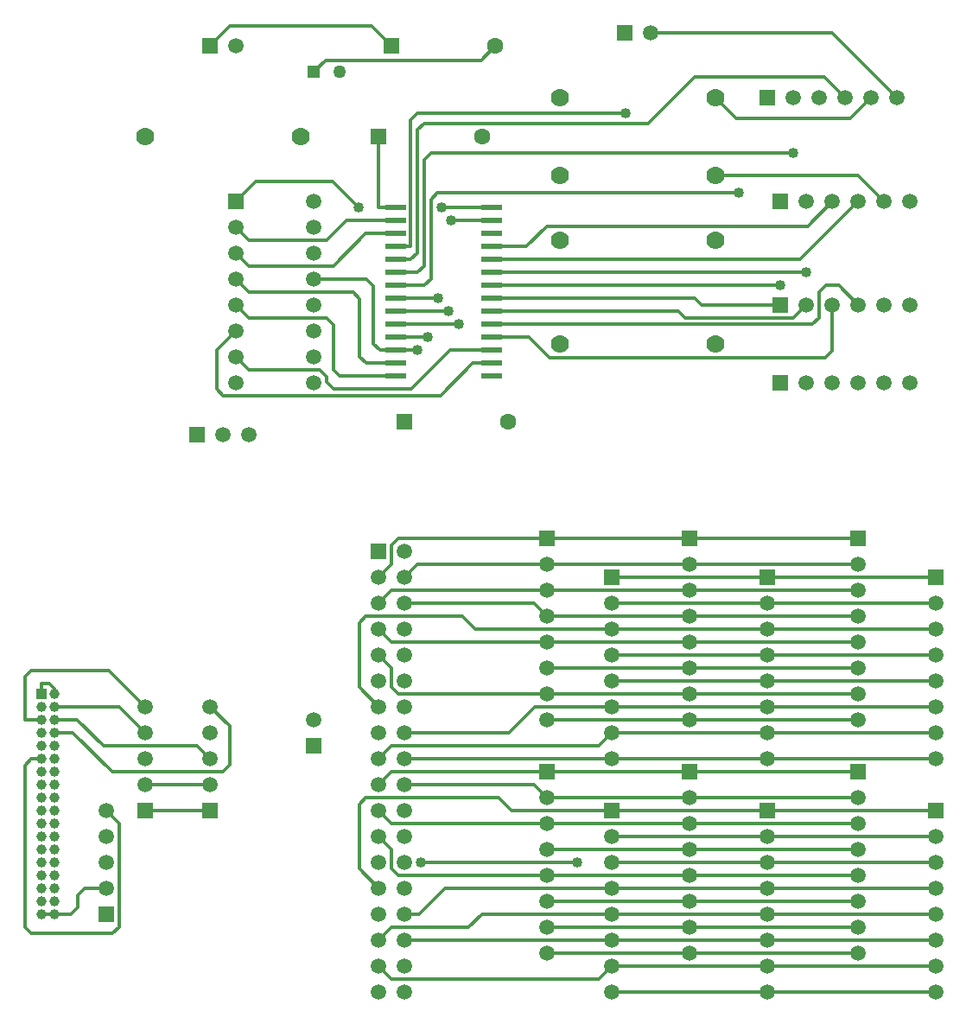
<source format=gbr>
G04 DipTrace 2.4.0.2*
%INTop.gbr*%
%MOIN*%
%ADD13C,0.013*%
%ADD14C,0.063*%
%ADD15R,0.063X0.063*%
%ADD16R,0.0591X0.0591*%
%ADD17C,0.0591*%
%ADD18C,0.07*%
%ADD19C,0.07*%
%ADD20R,0.0787X0.0236*%
%ADD21C,0.05*%
%ADD22R,0.05X0.05*%
%ADD23R,0.0394X0.0394*%
%ADD24C,0.0394*%
%ADD25C,0.04*%
%FSLAX44Y44*%
G04*
G70*
G90*
G75*
G01*
%LNTop*%
%LPD*%
X9940Y12940D2*
D13*
X11950D1*
X12440D1*
X6440Y17440D2*
Y17635D1*
X6243Y17832D1*
X5940D1*
Y17440D1*
X25440Y14440D2*
X19440D1*
X18940Y13940D1*
X30940Y14440D2*
X28535D1*
X25440D1*
X37440D2*
X36950D1*
X30940D1*
X37440Y13440D2*
X30940D1*
X25440D2*
X24940Y13940D1*
X19940D1*
X30940Y13440D2*
X25440D1*
X37440Y12440D2*
X30940D1*
X25440D2*
X19440D1*
X18940Y12940D1*
X30940Y12440D2*
X25440D1*
Y11440D2*
X30940D1*
X37440D1*
Y10440D2*
X30940D1*
X25440D2*
X19690D1*
X19430Y10700D1*
Y11450D1*
X18940Y11940D1*
X30940Y10440D2*
X25440D1*
Y9440D2*
X30940D1*
X37440D1*
X25440Y8440D2*
X30940D1*
X37440D1*
X20565Y10940D2*
X26585D1*
X25440Y7440D2*
X30940D1*
X37440D1*
X27940Y12940D2*
X24069D1*
X23579Y13430D1*
X18450D1*
X18190Y13170D1*
Y10690D1*
X18940Y9940D1*
X33940Y12940D2*
X27940D1*
X40440D2*
X39690D1*
X33940D1*
X27940Y11940D2*
X33940D1*
X40440D1*
X27940Y10940D2*
X33940D1*
X40440D1*
Y9940D2*
X33940D1*
X27940D2*
X21494D1*
X20494Y8940D1*
X19940D1*
X33940Y9940D2*
X27940D1*
X40440Y8940D2*
X33940D1*
X27940D2*
X22925D1*
X22415Y8430D1*
X19430D1*
X18940Y7940D1*
X33940Y8940D2*
X27940D1*
X40440Y7940D2*
X33940D1*
X27940D2*
X19940D1*
X33940D2*
X27940D1*
X40440Y6940D2*
X33940D1*
X27940D2*
X27430Y6430D1*
X19450D1*
X18940Y6940D1*
X33940D2*
X27940D1*
Y5940D2*
X33940D1*
X40440D1*
X18940Y38940D2*
Y36190D1*
X19590D1*
X19440Y42440D2*
X18670Y43210D1*
X13210D1*
X12440Y42440D1*
X20450Y30690D2*
X19590D1*
X23440Y42440D2*
X22885Y41885D1*
X16885D1*
X16440Y41440D1*
X19590Y30690D2*
X19001D1*
X18741Y30950D1*
Y33180D1*
X18481Y33440D1*
X16440D1*
X21747Y35690D2*
X23290D1*
X21353Y36190D2*
X23290D1*
X18170D2*
X17170Y37190D1*
X14190D1*
X13440Y36440D1*
X19590Y35690D2*
X17690D1*
X16930Y34930D1*
X13950D1*
X13440Y35440D1*
X19590Y35190D2*
X18450D1*
X17190Y33930D1*
X13950D1*
X13440Y34440D1*
X19590Y30190D2*
X18475D1*
X18215Y30450D1*
Y32670D1*
X17955Y32930D1*
X13950D1*
X13440Y33440D1*
X19590Y29690D2*
X17450D1*
X17190Y29950D1*
Y31670D1*
X16930Y31930D1*
X13950D1*
X13440Y32440D1*
X23290Y30190D2*
X22572D1*
X21332Y28950D1*
X12950D1*
X12690Y29210D1*
Y30690D1*
X13440Y31440D1*
X23290Y30690D2*
X21693D1*
X20212Y29210D1*
X17190D1*
X16930Y29470D1*
Y29670D1*
X16670Y29930D1*
X13950D1*
X13440Y30440D1*
X32825Y36760D2*
X21218D1*
X20958Y36500D1*
Y33450D1*
X20698Y33190D1*
X19590D1*
X34940Y38295D2*
X20958D1*
X20698Y38035D1*
Y33950D1*
X20438Y33690D1*
X19590D1*
X28468Y39845D2*
X20438D1*
X20178Y39585D1*
Y34690D1*
X19590D1*
Y34190D2*
X20178D1*
X20438Y34450D1*
Y39190D1*
X20698Y39450D1*
X29340D1*
X31135Y41245D1*
X36135D1*
X36940Y40440D1*
X34440Y33190D2*
X23290D1*
X35440Y33690D2*
X23290D1*
Y34690D2*
X24647D1*
X25441Y35485D1*
X35485D1*
X36440Y36440D1*
X23290Y34190D2*
X35190D1*
X37440Y36440D1*
X23290Y32690D2*
X31140D1*
X31390Y32440D1*
X34440D1*
X23290Y32190D2*
X30515D1*
X30755Y31950D1*
X34950D1*
X35440Y32440D1*
X23290Y31190D2*
X24738D1*
X25533Y30395D1*
X36180D1*
X36440Y30655D1*
Y32440D1*
X23290Y31690D2*
X35670D1*
X35930Y31950D1*
Y32930D1*
X36190Y33190D1*
X36690D1*
X37440Y32440D1*
X21240Y32690D2*
X19590D1*
X21634Y32190D2*
X19590D1*
X20845Y31190D2*
X19590D1*
X22029Y31690D2*
X19590D1*
X38940Y40440D2*
X36440Y42940D1*
X29440D1*
X31940Y37440D2*
X37440D1*
X38440Y36440D1*
X31940Y40440D2*
X32745Y39635D1*
X37135D1*
X37940Y40440D1*
X5940Y8940D2*
X6440D1*
X9940Y13940D2*
X12440D1*
X6440Y8940D2*
X7069D1*
X7329Y9200D1*
Y9680D1*
X7589Y9940D1*
X8440D1*
X6440Y16940D2*
X8940D1*
X9940Y15940D1*
X5940Y16440D2*
X5288D1*
Y18092D1*
X5548Y18351D1*
X8529D1*
X9940Y16940D1*
X12440Y14940D2*
X11950Y15430D1*
X8320D1*
X7310Y16440D1*
X6440D1*
X12440Y16940D2*
X13190Y16190D1*
Y14690D1*
X12930Y14430D1*
X8656D1*
X7146Y15940D1*
X6440D1*
X8440Y12940D2*
X8930Y12450D1*
Y8450D1*
X8670Y8190D1*
X5548D1*
X5288Y8450D1*
Y14680D1*
X5548Y14940D1*
X5940D1*
X25440Y23440D2*
X19690D1*
X19430Y23180D1*
Y22430D1*
X18940Y21940D1*
X30940Y23440D2*
X28064D1*
X25440D1*
X37440D2*
X36690D1*
X30940D1*
X37440Y22440D2*
X30940D1*
X25440D2*
X20440D1*
X19940Y21940D1*
X30940Y22440D2*
X25440D1*
X37440Y21440D2*
X30940D1*
X25440D2*
X19440D1*
X18940Y20940D1*
X30940Y21440D2*
X25440D1*
X37440Y20440D2*
X30940D1*
X25440D2*
X24940Y20940D1*
X19940D1*
X30940Y20440D2*
X25440D1*
X37440Y19440D2*
X30940D1*
X25440D2*
X19440D1*
X18940Y19940D1*
X30940Y19440D2*
X25440D1*
Y18440D2*
X30940D1*
X37440D1*
Y17440D2*
X30940D1*
X25440D2*
X19690D1*
X19430Y17700D1*
Y18450D1*
X18940Y18940D1*
X30940Y17440D2*
X25440D1*
Y16440D2*
X30940D1*
X37440D1*
X27940Y21940D2*
X33190D1*
X33940D1*
X39065D1*
X40440D1*
X27940Y20940D2*
X33940D1*
X40440D1*
Y19940D2*
X33940D1*
X27940D2*
X22656D1*
X22166Y20430D1*
X18450D1*
X18190Y20170D1*
Y17690D1*
X18940Y16940D1*
X33940Y19940D2*
X27940D1*
Y18940D2*
X33940D1*
X40440D1*
X27940Y17940D2*
X33940D1*
X40440D1*
Y16940D2*
X33940D1*
X27940D2*
X24955D1*
X23955Y15940D1*
X19940D1*
X33940Y16940D2*
X27940D1*
X40440Y15940D2*
X33940D1*
X27940D2*
X27430Y15430D1*
X19430D1*
X18940Y14940D1*
X33940Y15940D2*
X27940D1*
X40440Y14940D2*
X33940D1*
X27940D2*
X19940D1*
X33940D2*
X27940D1*
D25*
X20450Y30690D3*
X21747Y35690D3*
X21353Y36190D3*
X18170D3*
X32825Y36760D3*
X34940Y38295D3*
X28468Y39845D3*
X34440Y33190D3*
X35440Y33690D3*
X21240Y32690D3*
X21634Y32190D3*
X20845Y31190D3*
X22029Y31690D3*
X26585Y10940D3*
X20565D3*
D14*
X23440Y42440D3*
D15*
X19440D3*
D14*
X22940Y38940D3*
D15*
X18940D3*
D14*
X23940Y27940D3*
D15*
X19940D3*
D16*
X11940Y27440D3*
D17*
X12940D3*
X13940D3*
D16*
X12440Y42440D3*
D17*
X13440D3*
D16*
X33940Y40440D3*
D17*
X34940D3*
X35940D3*
X36940D3*
X37940D3*
X38940D3*
D16*
X34440Y36440D3*
D17*
X35440D3*
X36440D3*
X37440D3*
X38440D3*
X39440D3*
D16*
X34440Y32440D3*
D17*
X35440D3*
X36440D3*
X37440D3*
X38440D3*
X39440D3*
D16*
X34440Y29440D3*
D17*
X35440D3*
X36440D3*
X37440D3*
X38440D3*
X39440D3*
D16*
X28440Y42940D3*
D17*
X29440D3*
D18*
X31940Y40440D3*
D19*
X25940D3*
D18*
X31940Y37440D3*
D19*
X25940D3*
D18*
X31940Y34940D3*
D19*
X25940D3*
D18*
X31940Y30940D3*
D19*
X25940D3*
D20*
X19590Y36190D3*
Y35690D3*
Y35190D3*
Y34690D3*
Y34190D3*
Y33690D3*
Y33190D3*
Y32690D3*
Y32190D3*
Y31690D3*
Y31190D3*
Y30690D3*
Y30190D3*
Y29690D3*
X23290D3*
Y30190D3*
Y30690D3*
Y31190D3*
Y31690D3*
Y32190D3*
Y32690D3*
Y33190D3*
Y33690D3*
Y34190D3*
Y34690D3*
Y35190D3*
Y35690D3*
Y36190D3*
D16*
X13440Y36440D3*
D17*
Y35440D3*
Y34440D3*
Y33440D3*
Y32440D3*
Y31440D3*
Y30440D3*
Y29440D3*
X16440D3*
Y30440D3*
Y31440D3*
Y32440D3*
Y33440D3*
Y34440D3*
Y35440D3*
Y36440D3*
D21*
X17440Y41440D3*
D22*
X16440D3*
D18*
X15940Y38940D3*
D19*
X9940D3*
D16*
Y12940D3*
D17*
Y13940D3*
Y14940D3*
Y15940D3*
Y16940D3*
D23*
X5940Y17440D3*
D24*
X6440D3*
X5940Y16940D3*
X6440D3*
X5940Y16440D3*
X6440D3*
X5940Y15940D3*
X6440D3*
X5940Y15440D3*
X6440D3*
X5940Y14940D3*
X6440D3*
X5940Y14440D3*
X6440D3*
X5940Y13940D3*
X6440D3*
X5940Y13440D3*
X6440D3*
X5940Y12940D3*
X6440D3*
X5940Y12440D3*
X6440D3*
X5940Y11940D3*
X6440D3*
X5940Y11440D3*
X6440D3*
X5940Y10940D3*
X6440D3*
X5940Y10440D3*
X6440D3*
X5940Y9940D3*
X6440D3*
X5940Y9440D3*
X6440D3*
X5940Y8940D3*
X6440D3*
D16*
X12440Y12940D3*
D17*
Y13940D3*
Y14940D3*
Y15940D3*
Y16940D3*
D16*
X8440Y8940D3*
D17*
Y9940D3*
Y10940D3*
Y11940D3*
Y12940D3*
D16*
X18940Y22940D3*
D17*
X19940D3*
X18940Y21940D3*
X19940D3*
X18940Y20940D3*
X19940D3*
X18940Y19940D3*
X19940D3*
X18940Y18940D3*
X19940D3*
X18940Y17940D3*
X19940D3*
X18940Y16940D3*
X19940D3*
X18940Y15940D3*
X19940D3*
X18940Y14940D3*
X19940D3*
X18940Y13940D3*
X19940D3*
X18940Y12940D3*
X19940D3*
X18940Y11940D3*
X19940D3*
X18940Y10940D3*
X19940D3*
X18940Y9940D3*
X19940D3*
X18940Y8940D3*
X19940D3*
X18940Y7940D3*
X19940D3*
X18940Y6940D3*
X19940D3*
X18940Y5940D3*
X19940D3*
D16*
X25440Y23440D3*
D17*
Y22440D3*
Y21440D3*
Y20440D3*
Y19440D3*
Y18440D3*
Y17440D3*
Y16440D3*
D16*
X30940Y23440D3*
D17*
Y22440D3*
Y21440D3*
Y20440D3*
Y19440D3*
Y18440D3*
Y17440D3*
Y16440D3*
D16*
X27940Y21940D3*
D17*
Y20940D3*
Y19940D3*
Y18940D3*
Y17940D3*
Y16940D3*
Y15940D3*
Y14940D3*
D16*
X33940Y21940D3*
D17*
Y20940D3*
Y19940D3*
Y18940D3*
Y17940D3*
Y16940D3*
Y15940D3*
Y14940D3*
D16*
X37440Y23440D3*
D17*
Y22440D3*
Y21440D3*
Y20440D3*
Y19440D3*
Y18440D3*
Y17440D3*
Y16440D3*
D16*
X40440Y21940D3*
D17*
Y20940D3*
Y19940D3*
Y18940D3*
Y17940D3*
Y16940D3*
Y15940D3*
Y14940D3*
D16*
X25440Y14440D3*
D17*
Y13440D3*
Y12440D3*
Y11440D3*
Y10440D3*
Y9440D3*
Y8440D3*
Y7440D3*
D16*
X30940Y14440D3*
D17*
Y13440D3*
Y12440D3*
Y11440D3*
Y10440D3*
Y9440D3*
Y8440D3*
Y7440D3*
D16*
X27940Y12940D3*
D17*
Y11940D3*
Y10940D3*
Y9940D3*
Y8940D3*
Y7940D3*
Y6940D3*
Y5940D3*
D16*
X33940Y12940D3*
D17*
Y11940D3*
Y10940D3*
Y9940D3*
Y8940D3*
Y7940D3*
Y6940D3*
Y5940D3*
D16*
X37440Y14440D3*
D17*
Y13440D3*
Y12440D3*
Y11440D3*
Y10440D3*
Y9440D3*
Y8440D3*
Y7440D3*
D16*
X40440Y12940D3*
D17*
Y11940D3*
Y10940D3*
Y9940D3*
Y8940D3*
Y7940D3*
Y6940D3*
Y5940D3*
D16*
X16440Y15440D3*
D17*
Y16440D3*
M02*

</source>
